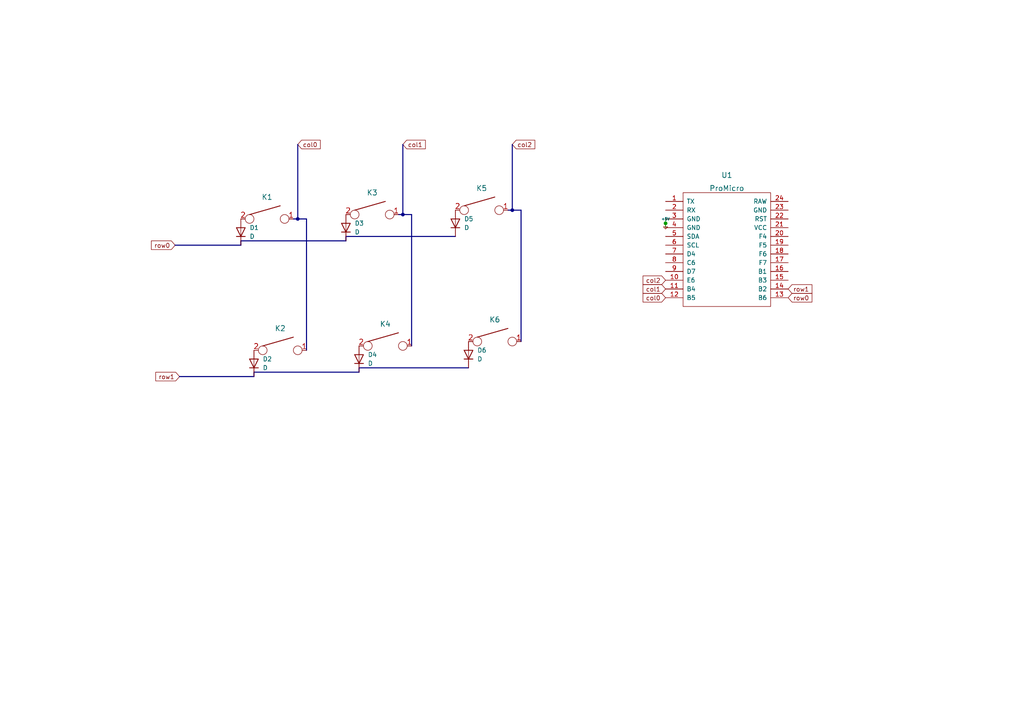
<source format=kicad_sch>
(kicad_sch (version 20211123) (generator eeschema)

  (uuid e63e39d7-6ac0-4ffd-8aa3-1841a4541b55)

  (paper "A4")

  (lib_symbols
    (symbol "Device:D" (pin_numbers hide) (pin_names (offset 1.016) hide) (in_bom yes) (on_board yes)
      (property "Reference" "D" (id 0) (at 0 2.54 0)
        (effects (font (size 1.27 1.27)))
      )
      (property "Value" "D" (id 1) (at 0 -2.54 0)
        (effects (font (size 1.27 1.27)))
      )
      (property "Footprint" "" (id 2) (at 0 0 0)
        (effects (font (size 1.27 1.27)) hide)
      )
      (property "Datasheet" "~" (id 3) (at 0 0 0)
        (effects (font (size 1.27 1.27)) hide)
      )
      (property "ki_keywords" "diode" (id 4) (at 0 0 0)
        (effects (font (size 1.27 1.27)) hide)
      )
      (property "ki_description" "Diode" (id 5) (at 0 0 0)
        (effects (font (size 1.27 1.27)) hide)
      )
      (property "ki_fp_filters" "TO-???* *_Diode_* *SingleDiode* D_*" (id 6) (at 0 0 0)
        (effects (font (size 1.27 1.27)) hide)
      )
      (symbol "D_0_1"
        (polyline
          (pts
            (xy -1.27 1.27)
            (xy -1.27 -1.27)
          )
          (stroke (width 0.254) (type default) (color 0 0 0 0))
          (fill (type none))
        )
        (polyline
          (pts
            (xy 1.27 0)
            (xy -1.27 0)
          )
          (stroke (width 0) (type default) (color 0 0 0 0))
          (fill (type none))
        )
        (polyline
          (pts
            (xy 1.27 1.27)
            (xy 1.27 -1.27)
            (xy -1.27 0)
            (xy 1.27 1.27)
          )
          (stroke (width 0.254) (type default) (color 0 0 0 0))
          (fill (type none))
        )
      )
      (symbol "D_1_1"
        (pin passive line (at -3.81 0 0) (length 2.54)
          (name "K" (effects (font (size 1.27 1.27))))
          (number "1" (effects (font (size 1.27 1.27))))
        )
        (pin passive line (at 3.81 0 180) (length 2.54)
          (name "A" (effects (font (size 1.27 1.27))))
          (number "2" (effects (font (size 1.27 1.27))))
        )
      )
    )
    (symbol "keyboard_parts:GND" (power) (pin_names (offset 0)) (in_bom yes) (on_board yes)
      (property "Reference" "#PWR" (id 0) (at 0 1.27 0)
        (effects (font (size 0.508 0.508)) hide)
      )
      (property "Value" "GND" (id 1) (at 0 -2.54 0)
        (effects (font (size 0.762 0.762)))
      )
      (property "Footprint" "" (id 2) (at 0 0 0)
        (effects (font (size 1.524 1.524)))
      )
      (property "Datasheet" "" (id 3) (at 0 0 0)
        (effects (font (size 1.524 1.524)))
      )
      (symbol "GND_0_0"
        (pin power_in line (at 0 0 90) (length 0) hide
          (name "+5V" (effects (font (size 0.508 0.508))))
          (number "1" (effects (font (size 0.254 0.254))))
        )
      )
      (symbol "GND_0_1"
        (polyline
          (pts
            (xy 0 -1.651)
            (xy 0.635 -1.016)
            (xy -0.635 -1.016)
            (xy 0 -1.651)
          )
          (stroke (width 0) (type default) (color 0 0 0 0))
          (fill (type none))
        )
      )
      (symbol "GND_1_1"
        (polyline
          (pts
            (xy 0 0)
            (xy 0 -1.016)
            (xy 0 -1.016)
          )
          (stroke (width 0) (type default) (color 0 0 0 0))
          (fill (type none))
        )
      )
    )
    (symbol "keyboard_parts:KEYSW" (pin_names (offset 1.016)) (in_bom yes) (on_board yes)
      (property "Reference" "K?" (id 0) (at -1.27 0 0)
        (effects (font (size 1.524 1.524)))
      )
      (property "Value" "KEYSW" (id 1) (at 0 -2.54 0)
        (effects (font (size 1.524 1.524)) hide)
      )
      (property "Footprint" "" (id 2) (at 0 0 0)
        (effects (font (size 1.524 1.524)))
      )
      (property "Datasheet" "" (id 3) (at 0 0 0)
        (effects (font (size 1.524 1.524)))
      )
      (symbol "KEYSW_0_1"
        (circle (center -5.08 0) (radius 1.27)
          (stroke (width 0) (type default) (color 0 0 0 0))
          (fill (type none))
        )
        (polyline
          (pts
            (xy -5.08 1.27)
            (xy 3.81 3.81)
          )
          (stroke (width 0.254) (type default) (color 0 0 0 0))
          (fill (type none))
        )
        (circle (center 5.08 0) (radius 1.27)
          (stroke (width 0) (type default) (color 0 0 0 0))
          (fill (type none))
        )
      )
      (symbol "KEYSW_1_1"
        (pin passive line (at 7.62 0 180) (length 1.27)
          (name "~" (effects (font (size 1.524 1.524))))
          (number "1" (effects (font (size 1.524 1.524))))
        )
        (pin passive line (at -7.62 0 0) (length 1.27)
          (name "~" (effects (font (size 1.524 1.524))))
          (number "2" (effects (font (size 1.524 1.524))))
        )
      )
    )
    (symbol "promicro:ProMicro" (pin_names (offset 1.016)) (in_bom yes) (on_board yes)
      (property "Reference" "U" (id 0) (at 0 24.13 0)
        (effects (font (size 1.524 1.524)))
      )
      (property "Value" "ProMicro" (id 1) (at 0 -13.97 0)
        (effects (font (size 1.524 1.524)))
      )
      (property "Footprint" "" (id 2) (at 2.54 -26.67 0)
        (effects (font (size 1.524 1.524)))
      )
      (property "Datasheet" "" (id 3) (at 2.54 -26.67 0)
        (effects (font (size 1.524 1.524)))
      )
      (symbol "ProMicro_0_1"
        (rectangle (start -12.7 21.59) (end 12.7 -11.43)
          (stroke (width 0) (type default) (color 0 0 0 0))
          (fill (type none))
        )
      )
      (symbol "ProMicro_1_1"
        (pin bidirectional line (at -17.78 19.05 0) (length 5.08)
          (name "TX" (effects (font (size 1.27 1.27))))
          (number "1" (effects (font (size 1.27 1.27))))
        )
        (pin bidirectional line (at -17.78 -3.81 0) (length 5.08)
          (name "E6" (effects (font (size 1.27 1.27))))
          (number "10" (effects (font (size 1.27 1.27))))
        )
        (pin bidirectional line (at -17.78 -6.35 0) (length 5.08)
          (name "B4" (effects (font (size 1.27 1.27))))
          (number "11" (effects (font (size 1.27 1.27))))
        )
        (pin bidirectional line (at -17.78 -8.89 0) (length 5.08)
          (name "B5" (effects (font (size 1.27 1.27))))
          (number "12" (effects (font (size 1.27 1.27))))
        )
        (pin bidirectional line (at 17.78 -8.89 180) (length 5.08)
          (name "B6" (effects (font (size 1.27 1.27))))
          (number "13" (effects (font (size 1.27 1.27))))
        )
        (pin bidirectional line (at 17.78 -6.35 180) (length 5.08)
          (name "B2" (effects (font (size 1.27 1.27))))
          (number "14" (effects (font (size 1.27 1.27))))
        )
        (pin bidirectional line (at 17.78 -3.81 180) (length 5.08)
          (name "B3" (effects (font (size 1.27 1.27))))
          (number "15" (effects (font (size 1.27 1.27))))
        )
        (pin bidirectional line (at 17.78 -1.27 180) (length 5.08)
          (name "B1" (effects (font (size 1.27 1.27))))
          (number "16" (effects (font (size 1.27 1.27))))
        )
        (pin bidirectional line (at 17.78 1.27 180) (length 5.08)
          (name "F7" (effects (font (size 1.27 1.27))))
          (number "17" (effects (font (size 1.27 1.27))))
        )
        (pin bidirectional line (at 17.78 3.81 180) (length 5.08)
          (name "F6" (effects (font (size 1.27 1.27))))
          (number "18" (effects (font (size 1.27 1.27))))
        )
        (pin bidirectional line (at 17.78 6.35 180) (length 5.08)
          (name "F5" (effects (font (size 1.27 1.27))))
          (number "19" (effects (font (size 1.27 1.27))))
        )
        (pin bidirectional line (at -17.78 16.51 0) (length 5.08)
          (name "RX" (effects (font (size 1.27 1.27))))
          (number "2" (effects (font (size 1.27 1.27))))
        )
        (pin bidirectional line (at 17.78 8.89 180) (length 5.08)
          (name "F4" (effects (font (size 1.27 1.27))))
          (number "20" (effects (font (size 1.27 1.27))))
        )
        (pin power_in line (at 17.78 11.43 180) (length 5.08)
          (name "VCC" (effects (font (size 1.27 1.27))))
          (number "21" (effects (font (size 1.27 1.27))))
        )
        (pin input line (at 17.78 13.97 180) (length 5.08)
          (name "RST" (effects (font (size 1.27 1.27))))
          (number "22" (effects (font (size 1.27 1.27))))
        )
        (pin power_in line (at 17.78 16.51 180) (length 5.08)
          (name "GND" (effects (font (size 1.27 1.27))))
          (number "23" (effects (font (size 1.27 1.27))))
        )
        (pin power_out line (at 17.78 19.05 180) (length 5.08)
          (name "RAW" (effects (font (size 1.27 1.27))))
          (number "24" (effects (font (size 1.27 1.27))))
        )
        (pin power_in line (at -17.78 13.97 0) (length 5.08)
          (name "GND" (effects (font (size 1.27 1.27))))
          (number "3" (effects (font (size 1.27 1.27))))
        )
        (pin power_in line (at -17.78 11.43 0) (length 5.08)
          (name "GND" (effects (font (size 1.27 1.27))))
          (number "4" (effects (font (size 1.27 1.27))))
        )
        (pin bidirectional line (at -17.78 8.89 0) (length 5.08)
          (name "SDA" (effects (font (size 1.27 1.27))))
          (number "5" (effects (font (size 1.27 1.27))))
        )
        (pin bidirectional line (at -17.78 6.35 0) (length 5.08)
          (name "SCL" (effects (font (size 1.27 1.27))))
          (number "6" (effects (font (size 1.27 1.27))))
        )
        (pin bidirectional line (at -17.78 3.81 0) (length 5.08)
          (name "D4" (effects (font (size 1.27 1.27))))
          (number "7" (effects (font (size 1.27 1.27))))
        )
        (pin bidirectional line (at -17.78 1.27 0) (length 5.08)
          (name "C6" (effects (font (size 1.27 1.27))))
          (number "8" (effects (font (size 1.27 1.27))))
        )
        (pin bidirectional line (at -17.78 -1.27 0) (length 5.08)
          (name "D7" (effects (font (size 1.27 1.27))))
          (number "9" (effects (font (size 1.27 1.27))))
        )
      )
    )
  )

  (junction (at 116.84 62.23) (diameter 0) (color 0 0 0 0)
    (uuid 3e0bb100-5f4a-4fed-9e49-60b2398a6da6)
  )
  (junction (at 193.04 64.77) (diameter 0) (color 0 0 0 0)
    (uuid 4d4d5f52-db18-42dd-867b-87e97103325b)
  )
  (junction (at 148.59 60.96) (diameter 0) (color 0 0 0 0)
    (uuid aa8bf4dd-9323-4dc3-9f47-5caed0c11d15)
  )
  (junction (at 86.36 63.5) (diameter 0) (color 0 0 0 0)
    (uuid ab17bdc9-0ac0-4a88-8fc4-bb2bb30e865d)
  )

  (bus (pts (xy 151.13 60.96) (xy 151.13 99.06))
    (stroke (width 0) (type default) (color 0 0 0 0))
    (uuid 0581eee7-2434-46c9-bf52-683d76f40775)
  )
  (bus (pts (xy 116.84 62.23) (xy 119.38 62.23))
    (stroke (width 0) (type default) (color 0 0 0 0))
    (uuid 129402c6-2114-4be4-8dad-5de8d0dc2761)
  )

  (wire (pts (xy 193.04 63.5) (xy 193.04 64.77))
    (stroke (width 0) (type default) (color 0 0 0 0))
    (uuid 1a3b41eb-d4a0-4e74-8ddc-2933dbdd0a47)
  )
  (bus (pts (xy 88.9 63.5) (xy 88.9 101.6))
    (stroke (width 0) (type default) (color 0 0 0 0))
    (uuid 24329d99-65ef-470d-958b-8f086becf274)
  )
  (bus (pts (xy 73.66 107.95) (xy 104.14 107.95))
    (stroke (width 0) (type default) (color 0 0 0 0))
    (uuid 2e09efa5-9bec-4837-a7f5-93295dd7eaca)
  )
  (bus (pts (xy 85.09 63.5) (xy 86.36 63.5))
    (stroke (width 0) (type default) (color 0 0 0 0))
    (uuid 2fda6f7c-0de8-463f-ba99-5c5679fa7b0d)
  )

  (wire (pts (xy 193.04 64.77) (xy 193.04 66.04))
    (stroke (width 0) (type default) (color 0 0 0 0))
    (uuid 4618c2c0-af00-4d5f-b220-de55db47b343)
  )
  (bus (pts (xy 147.32 60.96) (xy 148.59 60.96))
    (stroke (width 0) (type default) (color 0 0 0 0))
    (uuid 46a23dff-38fd-4288-bb72-d0fb707b7284)
  )
  (bus (pts (xy 69.85 69.85) (xy 100.33 69.85))
    (stroke (width 0) (type default) (color 0 0 0 0))
    (uuid 565b23b1-1996-485a-9aed-c6fb115a6c24)
  )
  (bus (pts (xy 116.84 41.91) (xy 116.84 62.23))
    (stroke (width 0) (type default) (color 0 0 0 0))
    (uuid 687742da-7bf2-4232-a796-5fe3d834b573)
  )
  (bus (pts (xy 73.66 109.22) (xy 73.66 107.95))
    (stroke (width 0) (type default) (color 0 0 0 0))
    (uuid 74c17c7d-43b9-453e-a9e3-903c10fd412d)
  )
  (bus (pts (xy 100.33 68.58) (xy 132.08 68.58))
    (stroke (width 0) (type default) (color 0 0 0 0))
    (uuid 85dcee9b-dad0-473d-b3aa-35e92343453e)
  )
  (bus (pts (xy 69.85 71.12) (xy 69.85 69.85))
    (stroke (width 0) (type default) (color 0 0 0 0))
    (uuid 94962c86-843d-4356-8fd5-47d63d6e1560)
  )
  (bus (pts (xy 86.36 63.5) (xy 88.9 63.5))
    (stroke (width 0) (type default) (color 0 0 0 0))
    (uuid 99073fa0-48f2-45b5-a448-22e0b41d40a9)
  )
  (bus (pts (xy 148.59 60.96) (xy 151.13 60.96))
    (stroke (width 0) (type default) (color 0 0 0 0))
    (uuid 9e2708b3-1496-4f2e-9205-6033030d1782)
  )
  (bus (pts (xy 100.33 69.85) (xy 100.33 68.58))
    (stroke (width 0) (type default) (color 0 0 0 0))
    (uuid 9ed5a9d2-e3ca-4f3a-9173-1949351d2e67)
  )
  (bus (pts (xy 148.59 41.91) (xy 148.59 60.96))
    (stroke (width 0) (type default) (color 0 0 0 0))
    (uuid ae8eb0ad-5ff4-41ae-b45b-33831143035b)
  )
  (bus (pts (xy 52.07 109.22) (xy 73.66 109.22))
    (stroke (width 0) (type default) (color 0 0 0 0))
    (uuid b6794dd3-06ca-4ba5-acde-41fc3d175c47)
  )
  (bus (pts (xy 86.36 41.91) (xy 86.36 63.5))
    (stroke (width 0) (type default) (color 0 0 0 0))
    (uuid b8689a90-51aa-4d39-b5dd-ad9bea2d9c56)
  )
  (bus (pts (xy 104.14 106.68) (xy 135.89 106.68))
    (stroke (width 0) (type default) (color 0 0 0 0))
    (uuid bc0f35db-f89c-4e7f-ae90-72229823452a)
  )
  (bus (pts (xy 50.8 71.12) (xy 69.85 71.12))
    (stroke (width 0) (type default) (color 0 0 0 0))
    (uuid be4cb2d5-34ac-4a98-97a0-7ddee54e3ebf)
  )
  (bus (pts (xy 104.14 107.95) (xy 104.14 106.68))
    (stroke (width 0) (type default) (color 0 0 0 0))
    (uuid c51c84f5-e908-4f34-89bc-f3f4eb50689b)
  )
  (bus (pts (xy 115.57 62.23) (xy 116.84 62.23))
    (stroke (width 0) (type default) (color 0 0 0 0))
    (uuid fa3a7740-f0d0-4cf8-9f85-4a774caeea37)
  )
  (bus (pts (xy 119.38 62.23) (xy 119.38 100.33))
    (stroke (width 0) (type default) (color 0 0 0 0))
    (uuid fad68ddd-ca82-4c23-858e-03505fb06252)
  )

  (global_label "col2" (shape input) (at 148.59 41.91 0) (fields_autoplaced)
    (effects (font (size 1.27 1.27)) (justify left))
    (uuid 24377109-5f0b-4d4b-ad71-09dba167b098)
    (property "Intersheet References" "${INTERSHEET_REFS}" (id 0) (at 155.1155 41.8306 0)
      (effects (font (size 1.27 1.27)) (justify left) hide)
    )
  )
  (global_label "row0" (shape input) (at 50.8 71.12 180) (fields_autoplaced)
    (effects (font (size 1.27 1.27)) (justify right))
    (uuid 2f0859f6-4d2b-42fb-b830-ff665edd40af)
    (property "Intersheet References" "${INTERSHEET_REFS}" (id 0) (at 43.9117 71.0406 0)
      (effects (font (size 1.27 1.27)) (justify right) hide)
    )
  )
  (global_label "row1" (shape input) (at 228.6 83.82 0) (fields_autoplaced)
    (effects (font (size 1.27 1.27)) (justify left))
    (uuid 352f9c57-1782-4dfa-b592-ac74a9b7914f)
    (property "Intersheet References" "${INTERSHEET_REFS}" (id 0) (at 235.4883 83.7406 0)
      (effects (font (size 1.27 1.27)) (justify left) hide)
    )
  )
  (global_label "col0" (shape input) (at 86.36 41.91 0) (fields_autoplaced)
    (effects (font (size 1.27 1.27)) (justify left))
    (uuid 5c860ec9-75fc-4ed6-b1d6-d3e50a123763)
    (property "Intersheet References" "${INTERSHEET_REFS}" (id 0) (at 92.8855 41.8306 0)
      (effects (font (size 1.27 1.27)) (justify left) hide)
    )
  )
  (global_label "col0" (shape input) (at 193.04 86.36 180) (fields_autoplaced)
    (effects (font (size 1.27 1.27)) (justify right))
    (uuid 66132c17-3df6-4d22-8e6b-f8f67a8577eb)
    (property "Intersheet References" "${INTERSHEET_REFS}" (id 0) (at 186.5145 86.2806 0)
      (effects (font (size 1.27 1.27)) (justify right) hide)
    )
  )
  (global_label "col1" (shape input) (at 116.84 41.91 0) (fields_autoplaced)
    (effects (font (size 1.27 1.27)) (justify left))
    (uuid 67147e54-b5d7-4120-935a-bbd6e75990e0)
    (property "Intersheet References" "${INTERSHEET_REFS}" (id 0) (at 123.3655 41.8306 0)
      (effects (font (size 1.27 1.27)) (justify left) hide)
    )
  )
  (global_label "col2" (shape input) (at 193.04 81.28 180) (fields_autoplaced)
    (effects (font (size 1.27 1.27)) (justify right))
    (uuid 8ac0b4f7-9772-472c-9f48-da0361c42b05)
    (property "Intersheet References" "${INTERSHEET_REFS}" (id 0) (at 186.5145 81.2006 0)
      (effects (font (size 1.27 1.27)) (justify right) hide)
    )
  )
  (global_label "col1" (shape input) (at 193.04 83.82 180) (fields_autoplaced)
    (effects (font (size 1.27 1.27)) (justify right))
    (uuid 8f4cb8ce-8527-4c71-a3d8-7bec75c6d753)
    (property "Intersheet References" "${INTERSHEET_REFS}" (id 0) (at 186.5145 83.7406 0)
      (effects (font (size 1.27 1.27)) (justify right) hide)
    )
  )
  (global_label "row0" (shape input) (at 228.6 86.36 0) (fields_autoplaced)
    (effects (font (size 1.27 1.27)) (justify left))
    (uuid a5071782-81ce-42ee-b1af-f68c897d8a77)
    (property "Intersheet References" "${INTERSHEET_REFS}" (id 0) (at 235.4883 86.2806 0)
      (effects (font (size 1.27 1.27)) (justify left) hide)
    )
  )
  (global_label "row1" (shape input) (at 52.07 109.22 180) (fields_autoplaced)
    (effects (font (size 1.27 1.27)) (justify right))
    (uuid d826a68c-c334-4c79-a288-17f3ef2ec39e)
    (property "Intersheet References" "${INTERSHEET_REFS}" (id 0) (at 45.1817 109.1406 0)
      (effects (font (size 1.27 1.27)) (justify right) hide)
    )
  )

  (symbol (lib_id "Device:D") (at 104.14 104.14 90) (unit 1)
    (in_bom yes) (on_board yes) (fields_autoplaced)
    (uuid 0e8faa8e-0a4e-466c-ae53-2ca01fa10b9f)
    (property "Reference" "D4" (id 0) (at 106.68 102.8699 90)
      (effects (font (size 1.27 1.27)) (justify right))
    )
    (property "Value" "D" (id 1) (at 106.68 105.4099 90)
      (effects (font (size 1.27 1.27)) (justify right))
    )
    (property "Footprint" "keyboard_parts:D_SOD123_axial" (id 2) (at 104.14 104.14 0)
      (effects (font (size 1.27 1.27)) hide)
    )
    (property "Datasheet" "~" (id 3) (at 104.14 104.14 0)
      (effects (font (size 1.27 1.27)) hide)
    )
    (pin "1" (uuid 6445087d-77fa-4af2-99a3-34e0206fabc6))
    (pin "2" (uuid a2c833ba-ac35-4552-835b-9821f56e5fbe))
  )

  (symbol (lib_id "Device:D") (at 100.33 66.04 90) (unit 1)
    (in_bom yes) (on_board yes) (fields_autoplaced)
    (uuid 1316bddd-d6d9-4d58-b22b-d9049b486020)
    (property "Reference" "D3" (id 0) (at 102.87 64.7699 90)
      (effects (font (size 1.27 1.27)) (justify right))
    )
    (property "Value" "D" (id 1) (at 102.87 67.3099 90)
      (effects (font (size 1.27 1.27)) (justify right))
    )
    (property "Footprint" "keyboard_parts:D_SOD123_axial" (id 2) (at 100.33 66.04 0)
      (effects (font (size 1.27 1.27)) hide)
    )
    (property "Datasheet" "~" (id 3) (at 100.33 66.04 0)
      (effects (font (size 1.27 1.27)) hide)
    )
    (pin "1" (uuid 1bd8c9ce-be07-4a6c-b872-ed7825760939))
    (pin "2" (uuid 06bbdfb9-80af-4851-910e-3a2d82fa6a87))
  )

  (symbol (lib_id "keyboard_parts:KEYSW") (at 143.51 99.06 0) (unit 1)
    (in_bom yes) (on_board yes) (fields_autoplaced)
    (uuid 2a9ad0fd-c440-400e-b976-c660ce644bf6)
    (property "Reference" "K6" (id 0) (at 143.51 92.71 0)
      (effects (font (size 1.524 1.524)))
    )
    (property "Value" "KEYSW" (id 1) (at 143.51 101.6 0)
      (effects (font (size 1.524 1.524)) hide)
    )
    (property "Footprint" "" (id 2) (at 143.51 99.06 0)
      (effects (font (size 1.524 1.524)) hide)
    )
    (property "Datasheet" "" (id 3) (at 143.51 99.06 0)
      (effects (font (size 1.524 1.524)))
    )
    (pin "1" (uuid 1d42fd28-8d42-4eae-adf3-71ac514c4dee))
    (pin "2" (uuid bdfe1383-1b46-4bef-8ccd-35a159bc991d))
  )

  (symbol (lib_id "keyboard_parts:KEYSW") (at 111.76 100.33 0) (unit 1)
    (in_bom yes) (on_board yes) (fields_autoplaced)
    (uuid 4929b089-cd5b-4c6c-b2dc-255e25ae066f)
    (property "Reference" "K4" (id 0) (at 111.76 93.98 0)
      (effects (font (size 1.524 1.524)))
    )
    (property "Value" "KEYSW" (id 1) (at 111.76 102.87 0)
      (effects (font (size 1.524 1.524)) hide)
    )
    (property "Footprint" "hotswap:SW_Hotswap_Kailh_MX_1.00u" (id 2) (at 111.76 100.33 0)
      (effects (font (size 1.524 1.524)) hide)
    )
    (property "Datasheet" "" (id 3) (at 111.76 100.33 0)
      (effects (font (size 1.524 1.524)))
    )
    (pin "1" (uuid b161e777-2abf-4686-9130-36beb9ab30d2))
    (pin "2" (uuid 96945553-cd3e-4903-ab6a-a76df54637fd))
  )

  (symbol (lib_id "Device:D") (at 69.85 67.31 90) (unit 1)
    (in_bom yes) (on_board yes) (fields_autoplaced)
    (uuid 518d60c2-da71-42f5-a7bc-7923ac20121f)
    (property "Reference" "D1" (id 0) (at 72.39 66.0399 90)
      (effects (font (size 1.27 1.27)) (justify right))
    )
    (property "Value" "D" (id 1) (at 72.39 68.5799 90)
      (effects (font (size 1.27 1.27)) (justify right))
    )
    (property "Footprint" "keyboard parts:D_SOD123_axial" (id 2) (at 69.85 67.31 0)
      (effects (font (size 1.27 1.27)) hide)
    )
    (property "Datasheet" "~" (id 3) (at 69.85 67.31 0)
      (effects (font (size 1.27 1.27)) hide)
    )
    (pin "1" (uuid 7290638e-7d2d-42e9-ae57-3dad29325389))
    (pin "2" (uuid 1d1f1e7c-95a9-4233-b7be-c2179cbf2760))
  )

  (symbol (lib_id "keyboard_parts:GND") (at 193.04 64.77 0) (unit 1)
    (in_bom yes) (on_board yes) (fields_autoplaced)
    (uuid 59ab7bbc-01a1-4221-b6e9-4075dd85acea)
    (property "Reference" "#PWR0101" (id 0) (at 193.04 63.5 0)
      (effects (font (size 0.508 0.508)) hide)
    )
    (property "Value" "GND" (id 1) (at 193.04 63.5 0)
      (effects (font (size 0.762 0.762)))
    )
    (property "Footprint" "" (id 2) (at 193.04 64.77 0)
      (effects (font (size 1.524 1.524)))
    )
    (property "Datasheet" "" (id 3) (at 193.04 64.77 0)
      (effects (font (size 1.524 1.524)))
    )
    (pin "1" (uuid 30664364-ee4c-4109-8b7f-28dce8cbe921))
  )

  (symbol (lib_id "Device:D") (at 73.66 105.41 90) (unit 1)
    (in_bom yes) (on_board yes) (fields_autoplaced)
    (uuid 616c2977-d92d-4f70-b8f0-bed115626582)
    (property "Reference" "D2" (id 0) (at 76.2 104.1399 90)
      (effects (font (size 1.27 1.27)) (justify right))
    )
    (property "Value" "D" (id 1) (at 76.2 106.6799 90)
      (effects (font (size 1.27 1.27)) (justify right))
    )
    (property "Footprint" "keyboard_parts:D_SOD123_axial" (id 2) (at 73.66 105.41 0)
      (effects (font (size 1.27 1.27)) hide)
    )
    (property "Datasheet" "~" (id 3) (at 73.66 105.41 0)
      (effects (font (size 1.27 1.27)) hide)
    )
    (pin "1" (uuid 5dc86d30-f6b8-492d-beb8-8ed8df5c0082))
    (pin "2" (uuid c50e79ed-8ae1-48b4-89e8-c7a8093efae4))
  )

  (symbol (lib_id "Device:D") (at 135.89 102.87 90) (unit 1)
    (in_bom yes) (on_board yes) (fields_autoplaced)
    (uuid 99f7c414-6233-408c-bd85-14093f51f01d)
    (property "Reference" "D6" (id 0) (at 138.43 101.5999 90)
      (effects (font (size 1.27 1.27)) (justify right))
    )
    (property "Value" "D" (id 1) (at 138.43 104.1399 90)
      (effects (font (size 1.27 1.27)) (justify right))
    )
    (property "Footprint" "keyboard_parts:D_SOD123_axial" (id 2) (at 135.89 102.87 0)
      (effects (font (size 1.27 1.27)) hide)
    )
    (property "Datasheet" "~" (id 3) (at 135.89 102.87 0)
      (effects (font (size 1.27 1.27)) hide)
    )
    (pin "1" (uuid cb0c2cb8-a20c-417e-a78f-98dcc21c90ae))
    (pin "2" (uuid fae1208a-b6c5-4e6d-88de-2676465ce976))
  )

  (symbol (lib_id "Device:D") (at 132.08 64.77 90) (unit 1)
    (in_bom yes) (on_board yes) (fields_autoplaced)
    (uuid cd94abb5-9e27-439c-ad79-a87fb414b2e2)
    (property "Reference" "D5" (id 0) (at 134.62 63.4999 90)
      (effects (font (size 1.27 1.27)) (justify right))
    )
    (property "Value" "D" (id 1) (at 134.62 66.0399 90)
      (effects (font (size 1.27 1.27)) (justify right))
    )
    (property "Footprint" "keyboard_parts:D_SOD123_axial" (id 2) (at 132.08 64.77 0)
      (effects (font (size 1.27 1.27)) hide)
    )
    (property "Datasheet" "~" (id 3) (at 132.08 64.77 0)
      (effects (font (size 1.27 1.27)) hide)
    )
    (pin "1" (uuid 02ffa8fb-d9d2-4f22-91b2-51fcd5626d69))
    (pin "2" (uuid ba01c7ae-d0c5-473c-8227-ce8b90a5066a))
  )

  (symbol (lib_id "keyboard_parts:KEYSW") (at 77.47 63.5 0) (unit 1)
    (in_bom yes) (on_board yes) (fields_autoplaced)
    (uuid d0f78820-9543-427c-a36f-52a6c30ed902)
    (property "Reference" "K1" (id 0) (at 77.47 57.15 0)
      (effects (font (size 1.524 1.524)))
    )
    (property "Value" "KEYSW" (id 1) (at 77.47 66.04 0)
      (effects (font (size 1.524 1.524)) hide)
    )
    (property "Footprint" "hotswap:SW_Hotswap_Kailh_MX_1.00u" (id 2) (at 77.47 63.5 0)
      (effects (font (size 1.524 1.524)) hide)
    )
    (property "Datasheet" "" (id 3) (at 77.47 63.5 0)
      (effects (font (size 1.524 1.524)))
    )
    (pin "1" (uuid 26dad414-a1cd-4be0-9efd-3692aafd46d7))
    (pin "2" (uuid 11f8d0a8-09a7-42ca-8361-5fd953cf18f5))
  )

  (symbol (lib_id "promicro:ProMicro") (at 210.82 77.47 0) (unit 1)
    (in_bom yes) (on_board yes) (fields_autoplaced)
    (uuid d3dfc694-2b3f-459e-856a-569fee4c73d7)
    (property "Reference" "U1" (id 0) (at 210.82 50.8 0)
      (effects (font (size 1.524 1.524)))
    )
    (property "Value" "ProMicro" (id 1) (at 210.82 54.61 0)
      (effects (font (size 1.524 1.524)))
    )
    (property "Footprint" "promicro:ProMicro" (id 2) (at 213.36 104.14 0)
      (effects (font (size 1.524 1.524)) hide)
    )
    (property "Datasheet" "" (id 3) (at 213.36 104.14 0)
      (effects (font (size 1.524 1.524)))
    )
    (pin "1" (uuid 88ece911-b47a-4ab7-823b-f47dd1fb1c7c))
    (pin "10" (uuid 53e3451e-35f9-477d-985a-fa4bbe575bb5))
    (pin "11" (uuid 7b49f4c7-2b5c-41f9-b55b-a935a07fd145))
    (pin "12" (uuid b773205e-bf6c-44d6-af71-f98d7cc823b4))
    (pin "13" (uuid 8d7797c3-7191-49ca-8873-95b7601234c6))
    (pin "14" (uuid f556788e-67ea-418a-8d8c-c7af43600f26))
    (pin "15" (uuid 8a55b180-3865-4d26-b58b-bd6dca50de23))
    (pin "16" (uuid 3b7a8238-fc49-40eb-9383-118339cfe953))
    (pin "17" (uuid 3566303c-a1b6-422e-a0ba-e55cd4c00c71))
    (pin "18" (uuid 1c008b69-54a4-434c-bf0d-3eb50c1c97e2))
    (pin "19" (uuid 12f46976-e93a-4921-8070-f0a4295f0613))
    (pin "2" (uuid ac351a85-d3c8-4396-9394-6c3b8510cc8c))
    (pin "20" (uuid 6607efc3-9a41-42fe-bba8-4b1dfd79eb5b))
    (pin "21" (uuid 7247b7cc-fdc3-4e7b-ad31-609a555308a3))
    (pin "22" (uuid d04853ba-70fe-4b66-879e-be129c0f190a))
    (pin "23" (uuid 8dee72dc-6dc3-4bb3-841e-119c19d8fea8))
    (pin "24" (uuid ef9c77a5-e82c-47e5-907b-5af35759feca))
    (pin "3" (uuid 11d7e213-5c1c-4f30-aeea-412df5f3fb54))
    (pin "4" (uuid 84ce77a8-7fe7-452a-8e21-20c921b9c985))
    (pin "5" (uuid 71499c28-030c-4d84-8712-d129f5d3fdcb))
    (pin "6" (uuid 9f942544-38f0-4ddf-8307-79de4252b92d))
    (pin "7" (uuid 7ab10c5d-6093-45dd-93d6-3ea0b24e99c3))
    (pin "8" (uuid f8060951-051a-40f9-94d3-c94542b69327))
    (pin "9" (uuid 36877a00-a7ab-4f9c-bb57-3a7cb94475ef))
  )

  (symbol (lib_id "keyboard_parts:KEYSW") (at 139.7 60.96 0) (unit 1)
    (in_bom yes) (on_board yes) (fields_autoplaced)
    (uuid deca4e69-a470-4cbb-8e73-830c3ec92a99)
    (property "Reference" "K5" (id 0) (at 139.7 54.61 0)
      (effects (font (size 1.524 1.524)))
    )
    (property "Value" "KEYSW" (id 1) (at 139.7 63.5 0)
      (effects (font (size 1.524 1.524)) hide)
    )
    (property "Footprint" "hotswap:SW_Hotswap_Kailh_MX_1.00u" (id 2) (at 139.7 60.96 0)
      (effects (font (size 1.524 1.524)) hide)
    )
    (property "Datasheet" "" (id 3) (at 139.7 60.96 0)
      (effects (font (size 1.524 1.524)))
    )
    (pin "1" (uuid 15771d05-e599-469d-a2a8-4bdf9dff6b17))
    (pin "2" (uuid 5b3ef46d-9cc8-4b1a-b2eb-931b7c613722))
  )

  (symbol (lib_id "keyboard_parts:KEYSW") (at 107.95 62.23 0) (unit 1)
    (in_bom yes) (on_board yes) (fields_autoplaced)
    (uuid e9661c3b-f01a-4f34-979c-796c4d630c16)
    (property "Reference" "K3" (id 0) (at 107.95 55.88 0)
      (effects (font (size 1.524 1.524)))
    )
    (property "Value" "KEYSW" (id 1) (at 107.95 64.77 0)
      (effects (font (size 1.524 1.524)) hide)
    )
    (property "Footprint" "hotswap:SW_Hotswap_Kailh_MX_1.00u" (id 2) (at 107.95 62.23 0)
      (effects (font (size 1.524 1.524)) hide)
    )
    (property "Datasheet" "" (id 3) (at 107.95 62.23 0)
      (effects (font (size 1.524 1.524)))
    )
    (pin "1" (uuid ad0e3b1b-45b0-40ee-bceb-86ccdc259496))
    (pin "2" (uuid 33c1cb54-0885-4b77-a3bf-e1dd940adde0))
  )

  (symbol (lib_id "keyboard_parts:KEYSW") (at 81.28 101.6 0) (unit 1)
    (in_bom yes) (on_board yes) (fields_autoplaced)
    (uuid fa76b0b0-8c8a-4140-b9b4-35d694925a74)
    (property "Reference" "K2" (id 0) (at 81.28 95.25 0)
      (effects (font (size 1.524 1.524)))
    )
    (property "Value" "KEYSW" (id 1) (at 81.28 104.14 0)
      (effects (font (size 1.524 1.524)) hide)
    )
    (property "Footprint" "hotswap:SW_Hotswap_Kailh_MX_1.00u" (id 2) (at 81.28 101.6 0)
      (effects (font (size 1.524 1.524)) hide)
    )
    (property "Datasheet" "" (id 3) (at 81.28 101.6 0)
      (effects (font (size 1.524 1.524)))
    )
    (pin "1" (uuid 20abdfcc-180a-4e4b-8baa-abed2f97d0e0))
    (pin "2" (uuid beba461a-47ce-42dc-80e0-c8eee2e1ec68))
  )

  (sheet_instances
    (path "/" (page "1"))
  )

  (symbol_instances
    (path "/59ab7bbc-01a1-4221-b6e9-4075dd85acea"
      (reference "#PWR0101") (unit 1) (value "GND") (footprint "")
    )
    (path "/518d60c2-da71-42f5-a7bc-7923ac20121f"
      (reference "D1") (unit 1) (value "D") (footprint "keyboard parts:D_SOD123_axial")
    )
    (path "/616c2977-d92d-4f70-b8f0-bed115626582"
      (reference "D2") (unit 1) (value "D") (footprint "keyboard_parts:D_SOD123_axial")
    )
    (path "/1316bddd-d6d9-4d58-b22b-d9049b486020"
      (reference "D3") (unit 1) (value "D") (footprint "keyboard_parts:D_SOD123_axial")
    )
    (path "/0e8faa8e-0a4e-466c-ae53-2ca01fa10b9f"
      (reference "D4") (unit 1) (value "D") (footprint "keyboard_parts:D_SOD123_axial")
    )
    (path "/cd94abb5-9e27-439c-ad79-a87fb414b2e2"
      (reference "D5") (unit 1) (value "D") (footprint "keyboard_parts:D_SOD123_axial")
    )
    (path "/99f7c414-6233-408c-bd85-14093f51f01d"
      (reference "D6") (unit 1) (value "D") (footprint "keyboard_parts:D_SOD123_axial")
    )
    (path "/d0f78820-9543-427c-a36f-52a6c30ed902"
      (reference "K1") (unit 1) (value "KEYSW") (footprint "hotswap:SW_Hotswap_Kailh_MX_1.00u")
    )
    (path "/fa76b0b0-8c8a-4140-b9b4-35d694925a74"
      (reference "K2") (unit 1) (value "KEYSW") (footprint "hotswap:SW_Hotswap_Kailh_MX_1.00u")
    )
    (path "/e9661c3b-f01a-4f34-979c-796c4d630c16"
      (reference "K3") (unit 1) (value "KEYSW") (footprint "hotswap:SW_Hotswap_Kailh_MX_1.00u")
    )
    (path "/4929b089-cd5b-4c6c-b2dc-255e25ae066f"
      (reference "K4") (unit 1) (value "KEYSW") (footprint "hotswap:SW_Hotswap_Kailh_MX_1.00u")
    )
    (path "/deca4e69-a470-4cbb-8e73-830c3ec92a99"
      (reference "K5") (unit 1) (value "KEYSW") (footprint "hotswap:SW_Hotswap_Kailh_MX_1.00u")
    )
    (path "/2a9ad0fd-c440-400e-b976-c660ce644bf6"
      (reference "K6") (unit 1) (value "KEYSW") (footprint "hotswap:SW_Hotswap_Kailh_MX_1.00u")
    )
    (path "/d3dfc694-2b3f-459e-856a-569fee4c73d7"
      (reference "U1") (unit 1) (value "ProMicro") (footprint "promicro:ProMicro")
    )
  )
)

</source>
